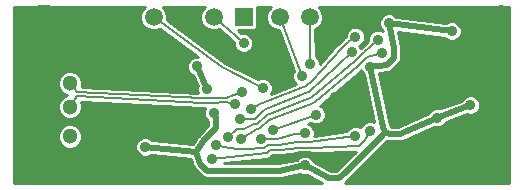
<source format=gbl>
G04 (created by PCBNEW (2013-07-07 BZR 4022)-stable) date 24/11/2014 17:48:06*
%MOIN*%
G04 Gerber Fmt 3.4, Leading zero omitted, Abs format*
%FSLAX34Y34*%
G01*
G70*
G90*
G04 APERTURE LIST*
%ADD10C,0.00590551*%
%ADD11R,0.0433071X0.0433071*%
%ADD12R,0.0590551X0.0590551*%
%ADD13C,0.0590551*%
%ADD14C,0.129921*%
%ADD15C,0.0511811*%
%ADD16C,0.0629921*%
%ADD17C,0.0354331*%
%ADD18C,0.019685*%
%ADD19C,0.00787402*%
%ADD20C,0.00984252*%
G04 APERTURE END LIST*
G54D10*
G54D11*
X90263Y-70255D03*
X90696Y-70255D03*
X90263Y-70688D03*
X90696Y-70688D03*
G54D12*
X84649Y-68661D03*
G54D13*
X83649Y-68661D03*
X82649Y-68661D03*
X81649Y-68661D03*
G54D12*
X87850Y-68661D03*
G54D13*
X86850Y-68661D03*
X85850Y-68661D03*
G54D14*
X77992Y-68897D03*
X77992Y-73622D03*
G54D15*
X78858Y-72637D03*
X78858Y-71653D03*
X78858Y-70866D03*
X78858Y-69881D03*
G54D16*
X77874Y-70354D03*
X77874Y-71968D03*
G54D17*
X91111Y-72008D03*
X92211Y-71595D03*
X91588Y-69129D03*
X88876Y-70309D03*
X89488Y-68860D03*
X86685Y-73606D03*
X81367Y-72989D03*
X83653Y-71843D03*
X83436Y-71040D03*
X83088Y-70304D03*
X88858Y-72448D03*
X83597Y-73382D03*
X88371Y-72616D03*
X83727Y-72935D03*
X88252Y-69824D03*
X84539Y-72045D03*
X89267Y-69863D03*
X84573Y-72719D03*
X88374Y-69310D03*
X84886Y-71729D03*
X89118Y-69414D03*
X84122Y-72670D03*
X85213Y-72707D03*
X86697Y-72531D03*
X85644Y-72431D03*
X87069Y-71913D03*
X84649Y-69524D03*
X85296Y-71026D03*
X86598Y-70637D03*
X86866Y-70222D03*
X84362Y-71557D03*
X84586Y-71142D03*
X87701Y-71338D03*
X92519Y-68503D03*
X88582Y-74015D03*
X89566Y-74015D03*
X90551Y-74015D03*
X91535Y-74015D03*
X92519Y-72047D03*
X92519Y-73031D03*
X92519Y-74015D03*
X93307Y-74015D03*
X93307Y-73031D03*
X93307Y-72047D03*
X93307Y-71062D03*
X92298Y-69698D03*
X93237Y-68408D03*
X93248Y-69704D03*
X89686Y-72163D03*
X81239Y-71827D03*
X79993Y-72635D03*
X82503Y-73930D03*
X84066Y-70000D03*
X83326Y-72184D03*
X87674Y-73644D03*
X85669Y-73385D03*
X85764Y-69520D03*
X92720Y-71017D03*
X85918Y-70767D03*
G54D18*
X89488Y-68860D02*
X91588Y-69129D01*
X87510Y-74038D02*
X86685Y-73606D01*
X87837Y-74038D02*
X87510Y-74038D01*
X88067Y-73808D02*
X87837Y-74038D01*
X89252Y-72612D02*
X88067Y-73808D01*
X89369Y-72489D02*
X89252Y-72612D01*
X85832Y-73779D02*
X86685Y-73606D01*
X85506Y-73779D02*
X85832Y-73779D01*
X83434Y-73776D02*
X85506Y-73779D01*
X83203Y-73545D02*
X83434Y-73776D01*
X83079Y-73163D02*
X83203Y-73545D01*
X89292Y-72326D02*
X89369Y-72489D01*
X88876Y-70309D02*
X89292Y-72326D01*
X91111Y-72008D02*
X92211Y-71595D01*
X83720Y-72021D02*
X83653Y-71843D01*
X83720Y-72348D02*
X83720Y-72021D01*
X83333Y-72772D02*
X83720Y-72348D01*
X83079Y-73163D02*
X83333Y-72772D01*
X83436Y-71040D02*
X83088Y-70304D01*
X81367Y-72989D02*
X83079Y-73163D01*
X89661Y-69700D02*
X89488Y-68860D01*
X89661Y-70027D02*
X89661Y-69700D01*
X89430Y-70257D02*
X89661Y-70027D01*
X88876Y-70309D02*
X89430Y-70257D01*
X89849Y-72557D02*
X91111Y-72008D01*
X89523Y-72557D02*
X89849Y-72557D01*
X89369Y-72489D02*
X89523Y-72557D01*
G54D19*
X85415Y-73196D02*
X83597Y-73382D01*
X85542Y-73078D02*
X85415Y-73196D01*
X85880Y-73078D02*
X85542Y-73078D01*
X86459Y-73009D02*
X85880Y-73078D01*
X86895Y-73009D02*
X86459Y-73009D01*
X88510Y-72951D02*
X86895Y-73009D01*
X88706Y-72755D02*
X88510Y-72951D01*
X88858Y-72448D02*
X88706Y-72755D01*
X83983Y-73005D02*
X83727Y-72935D01*
X84435Y-73053D02*
X83983Y-73005D01*
X84712Y-73053D02*
X84435Y-73053D01*
X85342Y-73021D02*
X84712Y-73053D01*
X85472Y-72908D02*
X85342Y-73021D01*
X85842Y-72908D02*
X85472Y-72908D01*
X86426Y-72839D02*
X85842Y-72908D01*
X86824Y-72839D02*
X86426Y-72839D01*
X88371Y-72616D02*
X86824Y-72839D01*
X84974Y-72043D02*
X84539Y-72045D01*
X85015Y-72043D02*
X84974Y-72043D01*
X85320Y-71757D02*
X85015Y-72043D01*
X85397Y-71725D02*
X85320Y-71757D01*
X86810Y-71168D02*
X85397Y-71725D01*
X86823Y-71163D02*
X86810Y-71168D01*
X88252Y-69824D02*
X86823Y-71163D01*
X85083Y-72394D02*
X84573Y-72719D01*
X85125Y-72394D02*
X85083Y-72394D01*
X85186Y-72368D02*
X85125Y-72394D01*
X85509Y-72104D02*
X85186Y-72368D01*
X86888Y-71562D02*
X85509Y-72104D01*
X87046Y-71497D02*
X86888Y-71562D01*
X88449Y-70301D02*
X87046Y-71497D01*
X88749Y-70002D02*
X88449Y-70301D01*
X89267Y-69863D02*
X88749Y-70002D01*
X85196Y-71571D02*
X84886Y-71729D01*
X85354Y-71505D02*
X85196Y-71571D01*
X86736Y-70971D02*
X85354Y-71505D01*
X86932Y-70775D02*
X86736Y-70971D01*
X87917Y-69686D02*
X86932Y-70775D01*
X88113Y-69490D02*
X87917Y-69686D01*
X88374Y-69310D02*
X88113Y-69490D01*
X84435Y-72384D02*
X84122Y-72670D01*
X84678Y-72380D02*
X84435Y-72384D01*
X85010Y-72218D02*
X84678Y-72380D01*
X85088Y-72218D02*
X85010Y-72218D01*
X85428Y-71917D02*
X85088Y-72218D01*
X85435Y-71914D02*
X85428Y-71917D01*
X86849Y-71365D02*
X85435Y-71914D01*
X86935Y-71330D02*
X86849Y-71365D01*
X88379Y-70132D02*
X86935Y-71330D01*
X88679Y-69832D02*
X88379Y-70132D01*
X89118Y-69414D02*
X88679Y-69832D01*
X85517Y-72738D02*
X85213Y-72707D01*
X85772Y-72738D02*
X85517Y-72738D01*
X86371Y-72562D02*
X85772Y-72738D01*
X86697Y-72531D02*
X86371Y-72562D01*
X85644Y-72431D02*
X87069Y-71913D01*
X84649Y-69524D02*
X83649Y-68661D01*
X83927Y-70335D02*
X85296Y-71026D01*
X81649Y-68661D02*
X83927Y-70335D01*
X85850Y-68661D02*
X86598Y-70637D01*
X86850Y-68661D02*
X86866Y-70222D01*
X83603Y-71510D02*
X84077Y-71485D01*
X83603Y-71510D02*
X83603Y-71510D01*
X83595Y-71510D02*
X83603Y-71510D01*
X83595Y-71510D02*
X83595Y-71510D01*
X83265Y-71510D02*
X83595Y-71510D01*
X83265Y-71510D02*
X83265Y-71510D01*
X83258Y-71510D02*
X83265Y-71510D01*
X83258Y-71510D02*
X83258Y-71510D01*
X79099Y-71299D02*
X83258Y-71510D01*
X84077Y-71485D02*
X84362Y-71557D01*
X78858Y-71653D02*
X79099Y-71299D01*
X83595Y-71372D02*
X84070Y-71347D01*
X83595Y-71372D02*
X83595Y-71372D01*
X83265Y-71372D02*
X83595Y-71372D01*
X83265Y-71372D02*
X83265Y-71372D01*
X79106Y-71161D02*
X83265Y-71372D01*
X78858Y-70865D02*
X79106Y-71161D01*
X84070Y-71347D02*
X84586Y-71142D01*
G54D18*
X88031Y-71668D02*
X88031Y-71692D01*
X87701Y-71338D02*
X88031Y-71668D01*
X92519Y-68503D02*
X92519Y-68700D01*
X89566Y-74015D02*
X88582Y-74015D01*
X91535Y-74015D02*
X90551Y-74015D01*
X92720Y-71017D02*
X93261Y-71017D01*
X92519Y-73031D02*
X92519Y-72047D01*
X93307Y-74015D02*
X92519Y-74015D01*
X93307Y-72047D02*
X93307Y-73031D01*
X93261Y-71017D02*
X93307Y-71062D01*
X81204Y-73382D02*
X79993Y-72635D01*
X82503Y-73930D02*
X81204Y-73382D01*
X84066Y-70000D02*
X82649Y-68661D01*
X90263Y-70807D02*
X90263Y-70688D01*
X90263Y-70905D02*
X90263Y-70807D01*
X90263Y-70995D02*
X90263Y-70905D01*
X89686Y-72163D02*
X90263Y-70995D01*
X91002Y-70688D02*
X92720Y-71017D01*
X90912Y-70688D02*
X91002Y-70688D01*
X90814Y-70688D02*
X90912Y-70688D01*
X90696Y-70688D02*
X90814Y-70688D01*
X84812Y-69918D02*
X85764Y-69520D01*
X84066Y-70000D02*
X84812Y-69918D01*
X85941Y-73385D02*
X85669Y-73385D01*
X86533Y-73239D02*
X85941Y-73385D01*
X86837Y-73239D02*
X86533Y-73239D01*
X87674Y-73644D02*
X86837Y-73239D01*
X81239Y-71827D02*
X79993Y-72635D01*
X85764Y-69520D02*
X85918Y-70767D01*
X81239Y-71827D02*
X83326Y-72184D01*
X93237Y-68408D02*
X93248Y-69704D01*
G54D10*
G36*
X86402Y-70900D02*
X85553Y-71228D01*
X85571Y-71210D01*
X85620Y-71091D01*
X85620Y-70961D01*
X85571Y-70842D01*
X85480Y-70750D01*
X85360Y-70701D01*
X85231Y-70701D01*
X85141Y-70738D01*
X84027Y-70176D01*
X82090Y-68753D01*
X82092Y-68749D01*
X82092Y-68573D01*
X82025Y-68410D01*
X81947Y-68332D01*
X83351Y-68332D01*
X83274Y-68410D01*
X83206Y-68572D01*
X83206Y-68749D01*
X83273Y-68911D01*
X83398Y-69036D01*
X83561Y-69104D01*
X83737Y-69104D01*
X83831Y-69065D01*
X84324Y-69491D01*
X84324Y-69588D01*
X84374Y-69708D01*
X84465Y-69799D01*
X84584Y-69849D01*
X84713Y-69849D01*
X84833Y-69800D01*
X84924Y-69708D01*
X84974Y-69589D01*
X84974Y-69460D01*
X84925Y-69340D01*
X84833Y-69249D01*
X84714Y-69199D01*
X84585Y-69199D01*
X84567Y-69206D01*
X84448Y-69104D01*
X84974Y-69104D01*
X85028Y-69081D01*
X85069Y-69040D01*
X85092Y-68986D01*
X85092Y-68927D01*
X85092Y-68336D01*
X85090Y-68332D01*
X85552Y-68332D01*
X85475Y-68410D01*
X85407Y-68572D01*
X85407Y-68749D01*
X85474Y-68911D01*
X85599Y-69036D01*
X85761Y-69104D01*
X85817Y-69104D01*
X86326Y-70449D01*
X86322Y-70453D01*
X86273Y-70572D01*
X86273Y-70701D01*
X86322Y-70820D01*
X86402Y-70900D01*
X86402Y-70900D01*
G37*
G54D20*
X86402Y-70900D02*
X85553Y-71228D01*
X85571Y-71210D01*
X85620Y-71091D01*
X85620Y-70961D01*
X85571Y-70842D01*
X85480Y-70750D01*
X85360Y-70701D01*
X85231Y-70701D01*
X85141Y-70738D01*
X84027Y-70176D01*
X82090Y-68753D01*
X82092Y-68749D01*
X82092Y-68573D01*
X82025Y-68410D01*
X81947Y-68332D01*
X83351Y-68332D01*
X83274Y-68410D01*
X83206Y-68572D01*
X83206Y-68749D01*
X83273Y-68911D01*
X83398Y-69036D01*
X83561Y-69104D01*
X83737Y-69104D01*
X83831Y-69065D01*
X84324Y-69491D01*
X84324Y-69588D01*
X84374Y-69708D01*
X84465Y-69799D01*
X84584Y-69849D01*
X84713Y-69849D01*
X84833Y-69800D01*
X84924Y-69708D01*
X84974Y-69589D01*
X84974Y-69460D01*
X84925Y-69340D01*
X84833Y-69249D01*
X84714Y-69199D01*
X84585Y-69199D01*
X84567Y-69206D01*
X84448Y-69104D01*
X84974Y-69104D01*
X85028Y-69081D01*
X85069Y-69040D01*
X85092Y-68986D01*
X85092Y-68927D01*
X85092Y-68336D01*
X85090Y-68332D01*
X85552Y-68332D01*
X85475Y-68410D01*
X85407Y-68572D01*
X85407Y-68749D01*
X85474Y-68911D01*
X85599Y-69036D01*
X85761Y-69104D01*
X85817Y-69104D01*
X86326Y-70449D01*
X86322Y-70453D01*
X86273Y-70572D01*
X86273Y-70701D01*
X86322Y-70820D01*
X86402Y-70900D01*
G54D10*
G36*
X87264Y-74186D02*
X79261Y-74186D01*
X79261Y-72557D01*
X79200Y-72409D01*
X79087Y-72295D01*
X78938Y-72234D01*
X78778Y-72234D01*
X78629Y-72295D01*
X78516Y-72408D01*
X78454Y-72557D01*
X78454Y-72717D01*
X78515Y-72866D01*
X78629Y-72979D01*
X78777Y-73041D01*
X78938Y-73041D01*
X79086Y-72980D01*
X79200Y-72866D01*
X79261Y-72718D01*
X79261Y-72557D01*
X79261Y-74186D01*
X76994Y-74186D01*
X76994Y-68332D01*
X81351Y-68332D01*
X81274Y-68410D01*
X81206Y-68572D01*
X81206Y-68749D01*
X81273Y-68911D01*
X81398Y-69036D01*
X81561Y-69104D01*
X81737Y-69104D01*
X81864Y-69051D01*
X83128Y-69979D01*
X83024Y-69979D01*
X82904Y-70028D01*
X82813Y-70120D01*
X82763Y-70239D01*
X82763Y-70368D01*
X82812Y-70488D01*
X82904Y-70579D01*
X82956Y-70601D01*
X83121Y-70951D01*
X83111Y-70975D01*
X83111Y-71104D01*
X83142Y-71179D01*
X79247Y-70981D01*
X79261Y-70946D01*
X79261Y-70786D01*
X79200Y-70637D01*
X79087Y-70524D01*
X78938Y-70462D01*
X78778Y-70462D01*
X78629Y-70523D01*
X78516Y-70637D01*
X78454Y-70785D01*
X78454Y-70946D01*
X78515Y-71094D01*
X78629Y-71208D01*
X78754Y-71259D01*
X78629Y-71311D01*
X78516Y-71424D01*
X78454Y-71572D01*
X78454Y-71733D01*
X78515Y-71881D01*
X78629Y-71995D01*
X78777Y-72057D01*
X78938Y-72057D01*
X79086Y-71995D01*
X79200Y-71882D01*
X79261Y-71734D01*
X79261Y-71573D01*
X79228Y-71493D01*
X83248Y-71697D01*
X83250Y-71696D01*
X83254Y-71697D01*
X83260Y-71697D01*
X83263Y-71697D01*
X83265Y-71697D01*
X83362Y-71697D01*
X83328Y-71778D01*
X83328Y-71908D01*
X83377Y-72027D01*
X83469Y-72119D01*
X83474Y-72121D01*
X83474Y-72252D01*
X83151Y-72607D01*
X83140Y-72624D01*
X83127Y-72638D01*
X82955Y-72903D01*
X81603Y-72765D01*
X81551Y-72713D01*
X81432Y-72664D01*
X81302Y-72664D01*
X81183Y-72713D01*
X81092Y-72804D01*
X81042Y-72924D01*
X81042Y-73053D01*
X81091Y-73172D01*
X81183Y-73264D01*
X81302Y-73313D01*
X81431Y-73313D01*
X81550Y-73264D01*
X81559Y-73255D01*
X82895Y-73391D01*
X82970Y-73621D01*
X82974Y-73630D01*
X82976Y-73639D01*
X82998Y-73672D01*
X83016Y-73705D01*
X83024Y-73711D01*
X83029Y-73719D01*
X83260Y-73950D01*
X83300Y-73976D01*
X83340Y-74003D01*
X83340Y-74003D01*
X83340Y-74003D01*
X83387Y-74013D01*
X83434Y-74022D01*
X83434Y-74022D01*
X85506Y-74026D01*
X85509Y-74025D01*
X85832Y-74025D01*
X85857Y-74020D01*
X85882Y-74020D01*
X86522Y-73890D01*
X86620Y-73931D01*
X86749Y-73931D01*
X86764Y-73925D01*
X87264Y-74186D01*
X87264Y-74186D01*
G37*
G54D20*
X87264Y-74186D02*
X79261Y-74186D01*
X79261Y-72557D01*
X79200Y-72409D01*
X79087Y-72295D01*
X78938Y-72234D01*
X78778Y-72234D01*
X78629Y-72295D01*
X78516Y-72408D01*
X78454Y-72557D01*
X78454Y-72717D01*
X78515Y-72866D01*
X78629Y-72979D01*
X78777Y-73041D01*
X78938Y-73041D01*
X79086Y-72980D01*
X79200Y-72866D01*
X79261Y-72718D01*
X79261Y-72557D01*
X79261Y-74186D01*
X76994Y-74186D01*
X76994Y-68332D01*
X81351Y-68332D01*
X81274Y-68410D01*
X81206Y-68572D01*
X81206Y-68749D01*
X81273Y-68911D01*
X81398Y-69036D01*
X81561Y-69104D01*
X81737Y-69104D01*
X81864Y-69051D01*
X83128Y-69979D01*
X83024Y-69979D01*
X82904Y-70028D01*
X82813Y-70120D01*
X82763Y-70239D01*
X82763Y-70368D01*
X82812Y-70488D01*
X82904Y-70579D01*
X82956Y-70601D01*
X83121Y-70951D01*
X83111Y-70975D01*
X83111Y-71104D01*
X83142Y-71179D01*
X79247Y-70981D01*
X79261Y-70946D01*
X79261Y-70786D01*
X79200Y-70637D01*
X79087Y-70524D01*
X78938Y-70462D01*
X78778Y-70462D01*
X78629Y-70523D01*
X78516Y-70637D01*
X78454Y-70785D01*
X78454Y-70946D01*
X78515Y-71094D01*
X78629Y-71208D01*
X78754Y-71259D01*
X78629Y-71311D01*
X78516Y-71424D01*
X78454Y-71572D01*
X78454Y-71733D01*
X78515Y-71881D01*
X78629Y-71995D01*
X78777Y-72057D01*
X78938Y-72057D01*
X79086Y-71995D01*
X79200Y-71882D01*
X79261Y-71734D01*
X79261Y-71573D01*
X79228Y-71493D01*
X83248Y-71697D01*
X83250Y-71696D01*
X83254Y-71697D01*
X83260Y-71697D01*
X83263Y-71697D01*
X83265Y-71697D01*
X83362Y-71697D01*
X83328Y-71778D01*
X83328Y-71908D01*
X83377Y-72027D01*
X83469Y-72119D01*
X83474Y-72121D01*
X83474Y-72252D01*
X83151Y-72607D01*
X83140Y-72624D01*
X83127Y-72638D01*
X82955Y-72903D01*
X81603Y-72765D01*
X81551Y-72713D01*
X81432Y-72664D01*
X81302Y-72664D01*
X81183Y-72713D01*
X81092Y-72804D01*
X81042Y-72924D01*
X81042Y-73053D01*
X81091Y-73172D01*
X81183Y-73264D01*
X81302Y-73313D01*
X81431Y-73313D01*
X81550Y-73264D01*
X81559Y-73255D01*
X82895Y-73391D01*
X82970Y-73621D01*
X82974Y-73630D01*
X82976Y-73639D01*
X82998Y-73672D01*
X83016Y-73705D01*
X83024Y-73711D01*
X83029Y-73719D01*
X83260Y-73950D01*
X83300Y-73976D01*
X83340Y-74003D01*
X83340Y-74003D01*
X83340Y-74003D01*
X83387Y-74013D01*
X83434Y-74022D01*
X83434Y-74022D01*
X85506Y-74026D01*
X85509Y-74025D01*
X85832Y-74025D01*
X85857Y-74020D01*
X85882Y-74020D01*
X86522Y-73890D01*
X86620Y-73931D01*
X86749Y-73931D01*
X86764Y-73925D01*
X87264Y-74186D01*
G54D10*
G36*
X88380Y-73142D02*
X87893Y-73634D01*
X87735Y-73792D01*
X87572Y-73792D01*
X86987Y-73486D01*
X86960Y-73422D01*
X86869Y-73331D01*
X86750Y-73281D01*
X86621Y-73281D01*
X86501Y-73330D01*
X86424Y-73408D01*
X85808Y-73533D01*
X85506Y-73533D01*
X85504Y-73533D01*
X83984Y-73531D01*
X85434Y-73384D01*
X85466Y-73374D01*
X85481Y-73371D01*
X85488Y-73367D01*
X85504Y-73362D01*
X85529Y-73341D01*
X85543Y-73333D01*
X85616Y-73265D01*
X85880Y-73265D01*
X85891Y-73263D01*
X85902Y-73263D01*
X86474Y-73196D01*
X86895Y-73196D01*
X86898Y-73196D01*
X86902Y-73196D01*
X88380Y-73142D01*
X88380Y-73142D01*
G37*
G54D20*
X88380Y-73142D02*
X87893Y-73634D01*
X87735Y-73792D01*
X87572Y-73792D01*
X86987Y-73486D01*
X86960Y-73422D01*
X86869Y-73331D01*
X86750Y-73281D01*
X86621Y-73281D01*
X86501Y-73330D01*
X86424Y-73408D01*
X85808Y-73533D01*
X85506Y-73533D01*
X85504Y-73533D01*
X83984Y-73531D01*
X85434Y-73384D01*
X85466Y-73374D01*
X85481Y-73371D01*
X85488Y-73367D01*
X85504Y-73362D01*
X85529Y-73341D01*
X85543Y-73333D01*
X85616Y-73265D01*
X85880Y-73265D01*
X85891Y-73263D01*
X85902Y-73263D01*
X86474Y-73196D01*
X86895Y-73196D01*
X86898Y-73196D01*
X86902Y-73196D01*
X88380Y-73142D01*
G54D10*
G36*
X89008Y-72159D02*
X88923Y-72124D01*
X88794Y-72124D01*
X88674Y-72173D01*
X88583Y-72264D01*
X88552Y-72339D01*
X88436Y-72291D01*
X88307Y-72291D01*
X88187Y-72340D01*
X88096Y-72432D01*
X88080Y-72469D01*
X87010Y-72623D01*
X87022Y-72596D01*
X87022Y-72466D01*
X86972Y-72347D01*
X86881Y-72256D01*
X86783Y-72215D01*
X86878Y-72181D01*
X86885Y-72188D01*
X87004Y-72237D01*
X87133Y-72238D01*
X87253Y-72188D01*
X87344Y-72097D01*
X87394Y-71978D01*
X87394Y-71848D01*
X87345Y-71729D01*
X87253Y-71637D01*
X87197Y-71614D01*
X88571Y-70444D01*
X88577Y-70437D01*
X88601Y-70493D01*
X88679Y-70572D01*
X89008Y-72159D01*
X89008Y-72159D01*
G37*
G54D20*
X89008Y-72159D02*
X88923Y-72124D01*
X88794Y-72124D01*
X88674Y-72173D01*
X88583Y-72264D01*
X88552Y-72339D01*
X88436Y-72291D01*
X88307Y-72291D01*
X88187Y-72340D01*
X88096Y-72432D01*
X88080Y-72469D01*
X87010Y-72623D01*
X87022Y-72596D01*
X87022Y-72466D01*
X86972Y-72347D01*
X86881Y-72256D01*
X86783Y-72215D01*
X86878Y-72181D01*
X86885Y-72188D01*
X87004Y-72237D01*
X87133Y-72238D01*
X87253Y-72188D01*
X87344Y-72097D01*
X87394Y-71978D01*
X87394Y-71848D01*
X87345Y-71729D01*
X87253Y-71637D01*
X87197Y-71614D01*
X88571Y-70444D01*
X88577Y-70437D01*
X88601Y-70493D01*
X88679Y-70572D01*
X89008Y-72159D01*
G54D10*
G36*
X93494Y-74186D02*
X88036Y-74186D01*
X88241Y-73982D01*
X88242Y-73981D01*
X88242Y-73981D01*
X89426Y-72784D01*
X89427Y-72784D01*
X89427Y-72783D01*
X89428Y-72784D01*
X89469Y-72792D01*
X89517Y-72803D01*
X89520Y-72802D01*
X89523Y-72803D01*
X89849Y-72803D01*
X89851Y-72802D01*
X89853Y-72803D01*
X89898Y-72793D01*
X89943Y-72784D01*
X89945Y-72783D01*
X89947Y-72782D01*
X91012Y-72319D01*
X91046Y-72333D01*
X91175Y-72333D01*
X91295Y-72284D01*
X91386Y-72193D01*
X91399Y-72163D01*
X92098Y-71900D01*
X92146Y-71920D01*
X92276Y-71920D01*
X92395Y-71871D01*
X92486Y-71780D01*
X92536Y-71660D01*
X92536Y-71531D01*
X92487Y-71412D01*
X92395Y-71320D01*
X92276Y-71271D01*
X92147Y-71271D01*
X92027Y-71320D01*
X91936Y-71411D01*
X91924Y-71440D01*
X91223Y-71703D01*
X91176Y-71684D01*
X91047Y-71683D01*
X90927Y-71733D01*
X90836Y-71824D01*
X90818Y-71867D01*
X89798Y-72311D01*
X89574Y-72311D01*
X89552Y-72301D01*
X89530Y-72254D01*
X89173Y-70528D01*
X89453Y-70502D01*
X89486Y-70492D01*
X89524Y-70485D01*
X89535Y-70478D01*
X89545Y-70474D01*
X89572Y-70453D01*
X89604Y-70431D01*
X89835Y-70201D01*
X89888Y-70121D01*
X89888Y-70121D01*
X89907Y-70027D01*
X89907Y-69700D01*
X89902Y-69676D01*
X89902Y-69651D01*
X89799Y-69147D01*
X91345Y-69346D01*
X91404Y-69404D01*
X91523Y-69454D01*
X91652Y-69454D01*
X91772Y-69404D01*
X91863Y-69313D01*
X91913Y-69194D01*
X91913Y-69065D01*
X91863Y-68945D01*
X91772Y-68854D01*
X91653Y-68804D01*
X91523Y-68804D01*
X91404Y-68853D01*
X91401Y-68857D01*
X89731Y-68643D01*
X89673Y-68584D01*
X89553Y-68535D01*
X89424Y-68535D01*
X89305Y-68584D01*
X89213Y-68675D01*
X89164Y-68795D01*
X89163Y-68924D01*
X89213Y-69043D01*
X89291Y-69122D01*
X89294Y-69135D01*
X89183Y-69089D01*
X89054Y-69089D01*
X88935Y-69138D01*
X88843Y-69230D01*
X88794Y-69349D01*
X88794Y-69465D01*
X88550Y-69696D01*
X88527Y-69641D01*
X88497Y-69610D01*
X88558Y-69585D01*
X88649Y-69494D01*
X88699Y-69374D01*
X88699Y-69245D01*
X88649Y-69126D01*
X88558Y-69034D01*
X88439Y-68985D01*
X88309Y-68985D01*
X88190Y-69034D01*
X88099Y-69125D01*
X88049Y-69245D01*
X88049Y-69307D01*
X88007Y-69336D01*
X87995Y-69348D01*
X87981Y-69357D01*
X87785Y-69553D01*
X87783Y-69557D01*
X87778Y-69560D01*
X87191Y-70210D01*
X87191Y-70158D01*
X87142Y-70039D01*
X87051Y-69947D01*
X87050Y-69947D01*
X87041Y-69061D01*
X87100Y-69037D01*
X87225Y-68912D01*
X87293Y-68749D01*
X87293Y-68573D01*
X87226Y-68410D01*
X87148Y-68332D01*
X93494Y-68332D01*
X93494Y-74186D01*
X93494Y-74186D01*
G37*
G54D20*
X93494Y-74186D02*
X88036Y-74186D01*
X88241Y-73982D01*
X88242Y-73981D01*
X88242Y-73981D01*
X89426Y-72784D01*
X89427Y-72784D01*
X89427Y-72783D01*
X89428Y-72784D01*
X89469Y-72792D01*
X89517Y-72803D01*
X89520Y-72802D01*
X89523Y-72803D01*
X89849Y-72803D01*
X89851Y-72802D01*
X89853Y-72803D01*
X89898Y-72793D01*
X89943Y-72784D01*
X89945Y-72783D01*
X89947Y-72782D01*
X91012Y-72319D01*
X91046Y-72333D01*
X91175Y-72333D01*
X91295Y-72284D01*
X91386Y-72193D01*
X91399Y-72163D01*
X92098Y-71900D01*
X92146Y-71920D01*
X92276Y-71920D01*
X92395Y-71871D01*
X92486Y-71780D01*
X92536Y-71660D01*
X92536Y-71531D01*
X92487Y-71412D01*
X92395Y-71320D01*
X92276Y-71271D01*
X92147Y-71271D01*
X92027Y-71320D01*
X91936Y-71411D01*
X91924Y-71440D01*
X91223Y-71703D01*
X91176Y-71684D01*
X91047Y-71683D01*
X90927Y-71733D01*
X90836Y-71824D01*
X90818Y-71867D01*
X89798Y-72311D01*
X89574Y-72311D01*
X89552Y-72301D01*
X89530Y-72254D01*
X89173Y-70528D01*
X89453Y-70502D01*
X89486Y-70492D01*
X89524Y-70485D01*
X89535Y-70478D01*
X89545Y-70474D01*
X89572Y-70453D01*
X89604Y-70431D01*
X89835Y-70201D01*
X89888Y-70121D01*
X89888Y-70121D01*
X89907Y-70027D01*
X89907Y-69700D01*
X89902Y-69676D01*
X89902Y-69651D01*
X89799Y-69147D01*
X91345Y-69346D01*
X91404Y-69404D01*
X91523Y-69454D01*
X91652Y-69454D01*
X91772Y-69404D01*
X91863Y-69313D01*
X91913Y-69194D01*
X91913Y-69065D01*
X91863Y-68945D01*
X91772Y-68854D01*
X91653Y-68804D01*
X91523Y-68804D01*
X91404Y-68853D01*
X91401Y-68857D01*
X89731Y-68643D01*
X89673Y-68584D01*
X89553Y-68535D01*
X89424Y-68535D01*
X89305Y-68584D01*
X89213Y-68675D01*
X89164Y-68795D01*
X89163Y-68924D01*
X89213Y-69043D01*
X89291Y-69122D01*
X89294Y-69135D01*
X89183Y-69089D01*
X89054Y-69089D01*
X88935Y-69138D01*
X88843Y-69230D01*
X88794Y-69349D01*
X88794Y-69465D01*
X88550Y-69696D01*
X88527Y-69641D01*
X88497Y-69610D01*
X88558Y-69585D01*
X88649Y-69494D01*
X88699Y-69374D01*
X88699Y-69245D01*
X88649Y-69126D01*
X88558Y-69034D01*
X88439Y-68985D01*
X88309Y-68985D01*
X88190Y-69034D01*
X88099Y-69125D01*
X88049Y-69245D01*
X88049Y-69307D01*
X88007Y-69336D01*
X87995Y-69348D01*
X87981Y-69357D01*
X87785Y-69553D01*
X87783Y-69557D01*
X87778Y-69560D01*
X87191Y-70210D01*
X87191Y-70158D01*
X87142Y-70039D01*
X87051Y-69947D01*
X87050Y-69947D01*
X87041Y-69061D01*
X87100Y-69037D01*
X87225Y-68912D01*
X87293Y-68749D01*
X87293Y-68573D01*
X87226Y-68410D01*
X87148Y-68332D01*
X93494Y-68332D01*
X93494Y-74186D01*
M02*

</source>
